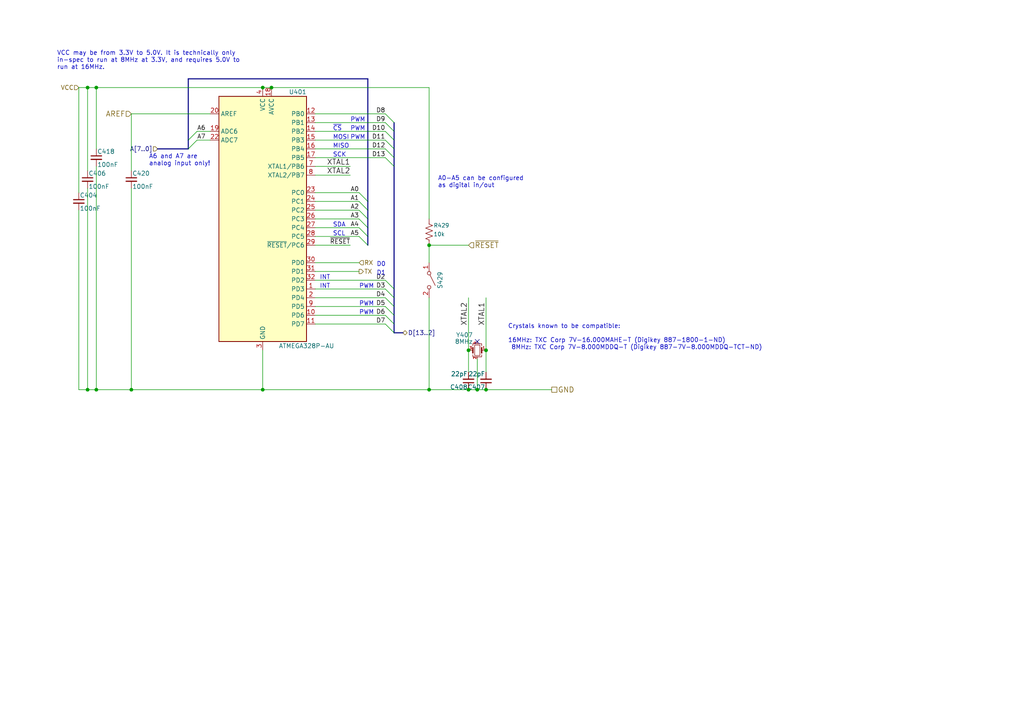
<source format=kicad_sch>
(kicad_sch (version 20230121) (generator eeschema)
  (paper "A4")
  (lib_symbols
    (symbol "Device:C_Small" (pin_numbers hide) (pin_names (offset 0.254) hide)
      (property "Reference" "C" (at 0.254 1.778 0))
      (property "Value" "C_Small" (at 0.254 -2.032 0))
      (symbol "C_Small_0_1"
        (polyline (pts (xy -1.524 -0.508) (xy 1.524 -0.508)) (stroke (width 0.3302)))
        (polyline (pts (xy -1.524 0.508) (xy 1.524 0.508)) (stroke (width 0.3048)))
      )
      (symbol "C_Small_1_1"
        (pin passive line (at 0 2.54 270) (length 2.032) (name "~") (number "1"))
        (pin passive line (at 0 -2.54 90) (length 2.032) (name "~") (number "2"))
      )
    )
    (symbol "Device:Crystal_GND24_Small" (pin_names (offset 1.016) hide)
      (property "Reference" "Y" (at 1.27 4.445 0))
      (property "Value" "Crystal_GND24_Small" (at 1.27 2.54 0))
      (symbol "Crystal_GND24_Small_0_1"
        (rectangle (start -0.762 -1.524) (end 0.762 1.524))
        (polyline (pts (xy -1.27 -0.762) (xy -1.27 0.762)) (stroke (width 0.381)))
        (polyline (pts (xy 1.27 -0.762) (xy 1.27 0.762)) (stroke (width 0.381)))
        (polyline (pts (xy -1.27 -1.27) (xy -1.27 -1.905) (xy 1.27 -1.905) (xy 1.27 -1.27)))
        (polyline (pts (xy -1.27 1.27) (xy -1.27 1.905) (xy 1.27 1.905) (xy 1.27 1.27)))
      )
      (symbol "Crystal_GND24_Small_1_1"
        (pin passive line (at -2.54 0 0) (length 1.27) (name "1") (number "1"))
        (pin passive line (at 0 -2.54 90) (length 0.635) (name "2") (number "2"))
        (pin passive line (at 2.54 0 180) (length 1.27) (name "3") (number "3"))
        (pin passive line (at 0 2.54 270) (length 0.635) (name "4") (number "4"))
      )
    )
    (symbol "Device:R_US" (pin_numbers hide) (pin_names (offset 0))
      (property "Reference" "R" (at 2.54 0 90))
      (property "Value" "R_US" (at -2.54 0 90))
      (symbol "R_US_0_1"
        (polyline (pts (xy 0 -2.286) (xy 0 -2.54)))
        (polyline (pts (xy 0 2.286) (xy 0 2.54)))
        (polyline (pts (xy 0 -0.762) (xy 1.016 -1.143) (xy 0 -1.524) (xy -1.016 -1.905) (xy 0 -2.286)))
        (polyline (pts (xy 0 0.762) (xy 1.016 0.381) (xy 0 0) (xy -1.016 -0.381) (xy 0 -0.762)))
        (polyline (pts (xy 0 2.286) (xy 1.016 1.905) (xy 0 1.524) (xy -1.016 1.143) (xy 0 0.762)))
      )
      (symbol "R_US_1_1"
        (pin passive line (at 0 3.81 270) (length 1.27) (name "~") (number "1"))
        (pin passive line (at 0 -3.81 90) (length 1.27) (name "~") (number "2"))
      )
    )
    (symbol "MCU_Microchip_ATmega:ATmega328P-A"
      (property "Reference" "U" (at -12.7 36.83 0))
      (property "Value" "ATmega328P-A" (at 2.54 -36.83 0))
      (symbol "ATmega328P-A_0_1"
        (rectangle (start -12.7 -35.56) (end 12.7 35.56) (stroke (width 0.254)) (fill (type background)))
      )
      (symbol "ATmega328P-A_1_1"
        (pin bidirectional line (at 15.24 -20.32 180) (length 2.54) (name "PD3") (number "1"))
        (pin bidirectional line (at 15.24 -27.94 180) (length 2.54) (name "PD6") (number "10"))
        (pin bidirectional line (at 15.24 -30.48 180) (length 2.54) (name "PD7") (number "11"))
        (pin bidirectional line (at 15.24 30.48 180) (length 2.54) (name "PB0") (number "12"))
        (pin bidirectional line (at 15.24 27.94 180) (length 2.54) (name "PB1") (number "13"))
        (pin bidirectional line (at 15.24 25.4 180) (length 2.54) (name "PB2") (number "14"))
        (pin bidirectional line (at 15.24 22.86 180) (length 2.54) (name "PB3") (number "15"))
        (pin bidirectional line (at 15.24 20.32 180) (length 2.54) (name "PB4") (number "16"))
        (pin bidirectional line (at 15.24 17.78 180) (length 2.54) (name "PB5") (number "17"))
        (pin power_in line (at 2.54 38.1 270) (length 2.54) (name "AVCC") (number "18"))
        (pin input line (at -15.24 25.4 0) (length 2.54) (name "ADC6") (number "19"))
        (pin bidirectional line (at 15.24 -22.86 180) (length 2.54) (name "PD4") (number "2"))
        (pin passive line (at -15.24 30.48 0) (length 2.54) (name "AREF") (number "20"))
        (pin passive line (at 0 -38.1 90) (length 2.54) hide (name "GND") (number "21"))
        (pin input line (at -15.24 22.86 0) (length 2.54) (name "ADC7") (number "22"))
        (pin bidirectional line (at 15.24 7.62 180) (length 2.54) (name "PC0") (number "23"))
        (pin bidirectional line (at 15.24 5.08 180) (length 2.54) (name "PC1") (number "24"))
        (pin bidirectional line (at 15.24 2.54 180) (length 2.54) (name "PC2") (number "25"))
        (pin bidirectional line (at 15.24 0 180) (length 2.54) (name "PC3") (number "26"))
        (pin bidirectional line (at 15.24 -2.54 180) (length 2.54) (name "PC4") (number "27"))
        (pin bidirectional line (at 15.24 -5.08 180) (length 2.54) (name "PC5") (number "28"))
        (pin bidirectional line (at 15.24 -7.62 180) (length 2.54) (name "~{RESET}/PC6") (number "29"))
        (pin power_in line (at 0 -38.1 90) (length 2.54) (name "GND") (number "3"))
        (pin bidirectional line (at 15.24 -12.7 180) (length 2.54) (name "PD0") (number "30"))
        (pin bidirectional line (at 15.24 -15.24 180) (length 2.54) (name "PD1") (number "31"))
        (pin bidirectional line (at 15.24 -17.78 180) (length 2.54) (name "PD2") (number "32"))
        (pin power_in line (at 0 38.1 270) (length 2.54) (name "VCC") (number "4"))
        (pin passive line (at 0 -38.1 90) (length 2.54) hide (name "GND") (number "5"))
        (pin passive line (at 0 38.1 270) (length 2.54) hide (name "VCC") (number "6"))
        (pin bidirectional line (at 15.24 15.24 180) (length 2.54) (name "XTAL1/PB6") (number "7"))
        (pin bidirectional line (at 15.24 12.7 180) (length 2.54) (name "XTAL2/PB7") (number "8"))
        (pin bidirectional line (at 15.24 -25.4 180) (length 2.54) (name "PD5") (number "9"))
      )
    )
    (symbol "Switch:SW_SPST" (pin_names (offset 0) hide)
      (property "Reference" "SW" (at 0 3.175 0))
      (property "Value" "SW_SPST" (at 0 -2.54 0))
      (symbol "SW_SPST_0_0"
        (circle (center -2.032 0) (radius 0.508))
        (polyline (pts (xy -1.524 0.254) (xy 1.524 1.778)))
        (circle (center 2.032 0) (radius 0.508))
      )
      (symbol "SW_SPST_1_1"
        (pin passive line (at -5.08 0 0) (length 2.54) (name "A") (number "1"))
        (pin passive line (at 5.08 0 180) (length 2.54) (name "B") (number "2"))
      )
    )
  )
  (junction (at 138.43 113.03))
  (junction (at 25.4 113.03))
  (junction (at 140.97 101.6))
  (junction (at 76.2 113.03))
  (junction (at 27.94 113.03))
  (junction (at 124.46 71.12))
  (junction (at 78.74 25.4))
  (junction (at 76.2 25.4))
  (junction (at 140.97 113.03))
  (junction (at 135.89 113.03))
  (junction (at 27.94 25.4))
  (junction (at 38.1 113.03))
  (junction (at 25.4 25.4))
  (junction (at 135.89 101.6))
  (junction (at 124.46 113.03))
  (no_connect (at 138.43 99.06))
  (bus_entry (at 104.14 60.96) (size 2.54 2.54))
  (bus_entry (at 57.15 40.64) (size -2.54 2.54))
  (bus_entry (at 111.76 91.44) (size 2.54 2.54))
  (bus_entry (at 111.76 43.18) (size 2.54 2.54))
  (bus_entry (at 111.76 83.82) (size 2.54 2.54))
  (bus_entry (at 111.76 45.72) (size 2.54 2.54))
  (bus_entry (at 111.76 40.64) (size 2.54 2.54))
  (bus_entry (at 104.14 68.58) (size 2.54 2.54))
  (bus_entry (at 111.76 86.36) (size 2.54 2.54))
  (bus_entry (at 111.76 88.9) (size 2.54 2.54))
  (bus_entry (at 104.14 58.42) (size 2.54 2.54))
  (bus_entry (at 111.76 33.02) (size 2.54 2.54))
  (bus_entry (at 111.76 35.56) (size 2.54 2.54))
  (bus_entry (at 57.15 38.1) (size -2.54 2.54))
  (bus_entry (at 104.14 63.5) (size 2.54 2.54))
  (bus_entry (at 111.76 38.1) (size 2.54 2.54))
  (bus_entry (at 104.14 55.88) (size 2.54 2.54))
  (bus_entry (at 111.76 81.28) (size 2.54 2.54))
  (bus_entry (at 111.76 93.98) (size 2.54 2.54))
  (bus_entry (at 104.14 66.04) (size 2.54 2.54))
  (bus (pts (xy 54.61 22.86) (xy 54.61 40.64)))
  (bus (pts (xy 106.68 60.96) (xy 106.68 58.42)))
  (wire (pts (xy 25.4 25.4) (xy 27.94 25.4)))
  (bus (pts (xy 114.3 86.36) (xy 114.3 88.9)))
  (wire (pts (xy 38.1 33.02) (xy 38.1 49.53)))
  (bus (pts (xy 114.3 43.18) (xy 114.3 45.72)))
  (wire (pts (xy 91.44 35.56) (xy 111.76 35.56)))
  (wire (pts (xy 91.44 83.82) (xy 111.76 83.82)))
  (wire (pts (xy 91.44 43.18) (xy 111.76 43.18)))
  (wire (pts (xy 76.2 101.6) (xy 76.2 113.03)))
  (wire (pts (xy 91.44 45.72) (xy 111.76 45.72)))
  (wire (pts (xy 27.94 113.03) (xy 38.1 113.03)))
  (wire (pts (xy 22.86 60.96) (xy 22.86 113.03)))
  (wire (pts (xy 22.86 25.4) (xy 25.4 25.4)))
  (bus (pts (xy 106.68 68.58) (xy 106.68 66.04)))
  (bus (pts (xy 54.61 40.64) (xy 54.61 43.18)))
  (wire (pts (xy 22.86 25.4) (xy 22.86 55.88)))
  (wire (pts (xy 91.44 93.98) (xy 111.76 93.98)))
  (bus (pts (xy 114.3 45.72) (xy 114.3 48.26)))
  (wire (pts (xy 91.44 66.04) (xy 104.14 66.04)))
  (bus (pts (xy 106.68 58.42) (xy 106.68 22.86)))
  (wire (pts (xy 91.44 50.8) (xy 101.6 50.8)))
  (wire (pts (xy 91.44 91.44) (xy 111.76 91.44)))
  (wire (pts (xy 91.44 33.02) (xy 111.76 33.02)))
  (bus (pts (xy 106.68 63.5) (xy 106.68 60.96)))
  (wire (pts (xy 91.44 55.88) (xy 104.14 55.88)))
  (bus (pts (xy 114.3 48.26) (xy 114.3 83.82)))
  (wire (pts (xy 91.44 48.26) (xy 101.6 48.26)))
  (wire (pts (xy 91.44 68.58) (xy 104.14 68.58)))
  (wire (pts (xy 91.44 58.42) (xy 104.14 58.42)))
  (wire (pts (xy 124.46 71.12) (xy 124.46 76.2)))
  (wire (pts (xy 91.44 76.2) (xy 104.14 76.2)))
  (bus (pts (xy 114.3 83.82) (xy 114.3 86.36)))
  (wire (pts (xy 78.74 25.4) (xy 124.46 25.4)))
  (wire (pts (xy 25.4 25.4) (xy 25.4 49.53)))
  (wire (pts (xy 124.46 25.4) (xy 124.46 63.5)))
  (wire (pts (xy 124.46 86.36) (xy 124.46 113.03)))
  (wire (pts (xy 140.97 101.6) (xy 140.97 107.95)))
  (wire (pts (xy 60.96 38.1) (xy 57.15 38.1)))
  (wire (pts (xy 91.44 38.1) (xy 111.76 38.1)))
  (wire (pts (xy 124.46 71.12) (xy 135.89 71.12)))
  (bus (pts (xy 114.3 96.52) (xy 116.84 96.52)))
  (wire (pts (xy 38.1 113.03) (xy 38.1 54.61)))
  (bus (pts (xy 45.72 43.18) (xy 54.61 43.18)))
  (wire (pts (xy 25.4 54.61) (xy 25.4 113.03)))
  (wire (pts (xy 124.46 113.03) (xy 135.89 113.03)))
  (wire (pts (xy 91.44 86.36) (xy 111.76 86.36)))
  (wire (pts (xy 135.89 86.36) (xy 135.89 101.6)))
  (wire (pts (xy 38.1 113.03) (xy 76.2 113.03)))
  (bus (pts (xy 114.3 88.9) (xy 114.3 91.44)))
  (bus (pts (xy 114.3 91.44) (xy 114.3 93.98)))
  (bus (pts (xy 114.3 93.98) (xy 114.3 96.52)))
  (wire (pts (xy 91.44 71.12) (xy 101.6 71.12)))
  (wire (pts (xy 135.89 113.03) (xy 138.43 113.03)))
  (bus (pts (xy 114.3 35.56) (xy 114.3 38.1)))
  (wire (pts (xy 140.97 86.36) (xy 140.97 101.6)))
  (wire (pts (xy 60.96 33.02) (xy 38.1 33.02)))
  (wire (pts (xy 27.94 25.4) (xy 27.94 43.18)))
  (wire (pts (xy 91.44 88.9) (xy 111.76 88.9)))
  (wire (pts (xy 138.43 104.14) (xy 138.43 113.03)))
  (wire (pts (xy 25.4 113.03) (xy 27.94 113.03)))
  (wire (pts (xy 91.44 63.5) (xy 104.14 63.5)))
  (bus (pts (xy 106.68 66.04) (xy 106.68 63.5)))
  (bus (pts (xy 114.3 40.64) (xy 114.3 43.18)))
  (wire (pts (xy 135.89 101.6) (xy 135.89 107.95)))
  (wire (pts (xy 22.86 113.03) (xy 25.4 113.03)))
  (wire (pts (xy 76.2 113.03) (xy 124.46 113.03)))
  (wire (pts (xy 27.94 25.4) (xy 76.2 25.4)))
  (bus (pts (xy 106.68 22.86) (xy 54.61 22.86)))
  (bus (pts (xy 106.68 68.58) (xy 106.68 71.12)))
  (wire (pts (xy 60.96 40.64) (xy 57.15 40.64)))
  (wire (pts (xy 140.97 113.03) (xy 160.02 113.03)))
  (wire (pts (xy 91.44 60.96) (xy 104.14 60.96)))
  (wire (pts (xy 27.94 113.03) (xy 27.94 48.26)))
  (wire (pts (xy 76.2 25.4) (xy 78.74 25.4)))
  (bus (pts (xy 114.3 38.1) (xy 114.3 40.64)))
  (wire (pts (xy 91.44 40.64) (xy 111.76 40.64)))
  (wire (pts (xy 91.44 78.74) (xy 104.14 78.74)))
  (wire (pts (xy 91.44 81.28) (xy 111.76 81.28)))
  (wire (pts (xy 138.43 113.03) (xy 140.97 113.03)))
  (text "D1" (at 109.22 80.01 0) (effects (font (size 1.27 1.27)) (justify left bottom)))
  (text "PWM" (at 104.14 91.44 0) (effects (font (size 1.27 1.27)) (justify left bottom)))
  (text "D0" (at 109.22 77.47 0) (effects (font (size 1.27 1.27)) (justify left bottom)))
  (text "A0-A5 can be configured\nas digital in/out" (at 127 54.61 0) (effects (font (size 1.27 1.27)) (justify left bottom)))
  (text "Crystals known to be compatible:\n\n16MHz: TXC Corp 7V-16.000MAHE-T (Digikey 887-1800-1-ND)\n 8MHz: TXC Corp 7V-8.000MDDQ-T (Digikey 887-7V-8.000MDDQ-TCT-ND)" (at 147.32 101.6 0) (effects (font (size 1.27 1.27)) (justify left bottom)))
  (text "A6 and A7 are\nanalog input only!" (at 43.18 48.26 0) (effects (font (size 1.27 1.27)) (justify left bottom)))
  (text "PWM" (at 104.14 88.9 0) (effects (font (size 1.27 1.27)) (justify left bottom)))
  (text "PWM" (at 101.6 40.64 0) (effects (font (size 1.27 1.27)) (justify left bottom)))
  (text "SCL" (at 96.52 68.58 0) (effects (font (size 1.27 1.27)) (justify left bottom)))
  (text "MOSI" (at 96.52 40.64 0) (effects (font (size 1.27 1.27)) (justify left bottom)))
  (text "INT" (at 92.71 81.28 0) (effects (font (size 1.27 1.27)) (justify left bottom)))
  (text "VCC may be from 3.3V to 5.0V. It is technically only\nin-spec to run at 8MHz at 3.3V, and requires 5.0V to\nrun at 16MHz." (at 16.51 20.32 0) (effects (font (size 1.27 1.27)) (justify left bottom)))
  (text "PWM" (at 101.6 38.1 0) (effects (font (size 1.27 1.27)) (justify left bottom)))
  (text "~{CS}" (at 96.52 38.1 0) (effects (font (size 1.27 1.27)) (justify left bottom)))
  (text "SDA" (at 96.52 66.04 0) (effects (font (size 1.27 1.27)) (justify left bottom)))
  (text "MISO" (at 96.52 43.18 0) (effects (font (size 1.27 1.27)) (justify left bottom)))
  (text "SCK" (at 96.52 45.72 0) (effects (font (size 1.27 1.27)) (justify left bottom)))
  (text "INT" (at 92.71 83.82 0) (effects (font (size 1.27 1.27)) (justify left bottom)))
  (text "PWM" (at 104.14 83.82 0) (effects (font (size 1.27 1.27)) (justify left bottom)))
  (text "PWM" (at 101.6 35.56 0) (effects (font (size 1.27 1.27)) (justify left bottom)))
  (label "XTAL2" (at 135.89 87.63 270) (effects (font (size 1.524 1.524))))
  (label "D12" (at 111.76 43.18 180))
  (label "D3" (at 111.76 83.82 180))
  (label "~{RESET}" (at 101.6 71.12 180))
  (label "D7" (at 111.76 93.98 180))
  (label "A1" (at 104.14 58.42 180))
  (label "A6" (at 57.15 38.1 0))
  (label "XTAL1" (at 101.6 48.26 180) (effects (font (size 1.524 1.524))))
  (label "A0" (at 104.14 55.88 180))
  (label "D5" (at 111.76 88.9 180))
  (label "D11" (at 111.76 40.64 180))
  (label "D8" (at 111.76 33.02 180))
  (label "A3" (at 104.14 63.5 180))
  (label "A4" (at 104.14 66.04 180))
  (label "D2" (at 111.76 81.28 180))
  (label "XTAL2" (at 101.6 50.8 180) (effects (font (size 1.524 1.524))))
  (label "A2" (at 104.14 60.96 180))
  (label "D4" (at 111.76 86.36 180))
  (label "A5" (at 104.14 68.58 180))
  (label "A7" (at 57.15 40.64 0))
  (label "XTAL1" (at 140.97 87.63 270) (effects (font (size 1.524 1.524))))
  (label "D10" (at 111.76 38.1 180))
  (label "D9" (at 111.76 35.56 180))
  (label "D6" (at 111.76 91.44 180))
  (label "D13" (at 111.76 45.72 180))
  (hierarchical_label "D[13..2]" (shape bidirectional) (at 116.84 96.52 0))
  (hierarchical_label "AREF" (shape input) (at 38.1 33.02 180) (effects (font (size 1.524 1.524))))
  (hierarchical_label "RX" (shape input) (at 104.14 76.2 0))
  (hierarchical_label "VCC" (shape input) (at 22.86 25.4 180))
  (hierarchical_label "~{RESET}" (shape input) (at 135.89 71.12 0) (effects (font (size 1.524 1.524))))
  (hierarchical_label "TX" (shape output) (at 104.14 78.74 0))
  (hierarchical_label "GND" (shape passive) (at 160.02 113.03 0) (effects (font (size 1.524 1.524))))
  (hierarchical_label "A[7..0]" (shape input) (at 45.72 43.18 180))
  (symbol (lib_id "Device:C_Small") (at 38.1 52.07 0) (unit 1)
    (property "Reference" "C420" (at 38.354 50.292 0) (effects (justify left)))
    (property "Value" "100nF" (at 38.354 54.102 0) (effects (justify left)))
    (property "Footprint" "Capacitor_SMD:C_0603_1608Metric" (effects hide))
    (property "Datasheet" "https://product.tdk.com/system/files/dam/doc/product/capacitor/ceramic/mlcc/catalog/mlcc_automotive_general_en.pdf" (effects hide))
    (property "Digikey" "445-5613-1-ND" (effects hide))
    (property "Part Number" "CGA2B1X7R1C104K050BC" (effects hide))
    (property "Purpose" "Microcontroller aref bypass" (effects hide))
  )
  (symbol (lib_id "Device:C_Small") (at 27.94 45.72 0) (unit 1)
    (property "Reference" "C418" (at 28.194 43.942 0) (effects (justify left)))
    (property "Value" "100nF" (at 28.194 47.752 0) (effects (justify left)))
    (property "Footprint" "Capacitor_SMD:C_0603_1608Metric" (effects hide))
    (property "Datasheet" "https://product.tdk.com/system/files/dam/doc/product/capacitor/ceramic/mlcc/catalog/mlcc_automotive_general_en.pdf" (effects hide))
    (property "Digikey" "445-5613-1-ND" (effects hide))
    (property "Part Number" "CGA2B1X7R1C104K050BC" (effects hide))
    (property "Purpose" "Microcontroller analog bypass" (effects hide))
  )
  (symbol (lib_id "Device:C_Small") (at 25.4 52.07 0) (unit 1)
    (property "Reference" "C406" (at 25.654 50.292 0) (effects (justify left)))
    (property "Value" "100nF" (at 25.654 54.102 0) (effects (justify left)))
    (property "Footprint" "Capacitor_SMD:C_0603_1608Metric" (effects hide))
    (property "Datasheet" "https://product.tdk.com/system/files/dam/doc/product/capacitor/ceramic/mlcc/catalog/mlcc_automotive_general_en.pdf" (effects hide))
    (property "Digikey" "445-5613-1-ND" (effects hide))
    (property "Part Number" "CGA2B1X7R1C104K050BC" (effects hide))
    (property "Purpose" "Microcontroller VCC bypass" (effects hide))
  )
  (symbol (lib_id "Device:C_Small") (at 22.86 58.42 0) (unit 1)
    (property "Reference" "C404" (at 23.114 56.642 0) (effects (justify left)))
    (property "Value" "100nF" (at 23.114 60.452 0) (effects (justify left)))
    (property "Footprint" "Capacitor_SMD:C_0603_1608Metric" (effects hide))
    (property "Datasheet" "https://product.tdk.com/system/files/dam/doc/product/capacitor/ceramic/mlcc/catalog/mlcc_automotive_general_en.pdf" (effects hide))
    (property "Digikey" "445-5613-1-ND" (effects hide))
    (property "Part Number" "CGA2B1X7R1C104K050BC" (effects hide))
    (property "Purpose" "Microcontroller VCC bypass" (effects hide))
  )
  (symbol (lib_id "Device:Crystal_GND24_Small") (at 138.43 101.6 0) (mirror y) (unit 1)
    (property "Reference" "Y407" (at 137.16 97.155 0) (effects (justify left)))
    (property "Value" "8MHz" (at 137.16 99.06 0) (effects (justify left)))
    (property "Footprint" "Crystal:Crystal_SMD_3225-4Pin_3.2x2.5mm" (effects hide))
    (property "Datasheet" "http://www.txccrystal.com/images/pdf/7v.pdf" (effects hide))
    (property "Digikey" "887-7V-8.000MDDQ-TCT-ND" (effects hide))
    (property "Part Number" "7V-8.000MDDQ-T" (effects hide))
    (property "Purpose" "Microcontroller crystal" (effects hide))
  )
  (symbol (lib_id "Device:C_Small") (at 140.97 110.49 180) (unit 1)
    (property "Reference" "C407" (at 140.716 112.268 0) (effects (justify left)))
    (property "Value" "22pF" (at 140.716 108.458 0) (effects (justify left)))
    (property "Footprint" "Capacitor_SMD:C_0603_1608Metric" (effects hide))
    (property "Datasheet" "https://product.tdk.com/system/files/dam/doc/product/capacitor/ceramic/mlcc/catalog/mlcc_automotive_general_en.pdf" (effects hide))
    (property "Digikey" "445-5588-1-ND" (effects hide))
    (property "Part Number" "CGA2B2C0G1H220J050BA" (effects hide))
    (property "Purpose" "Crystal load capacitor" (effects hide))
  )
  (symbol (lib_id "Device:C_Small") (at 135.89 110.49 180) (unit 1)
    (property "Reference" "C408" (at 135.636 112.268 0) (effects (justify left)))
    (property "Value" "22pF" (at 135.636 108.458 0) (effects (justify left)))
    (property "Footprint" "Capacitor_SMD:C_0603_1608Metric" (effects hide))
    (property "Datasheet" "https://product.tdk.com/system/files/dam/doc/product/capacitor/ceramic/mlcc/catalog/mlcc_automotive_general_en.pdf" (effects hide))
    (property "Digikey" "445-5588-1-ND" (effects hide))
    (property "Part Number" "CGA2B2C0G1H220J050BA" (effects hide))
    (property "Purpose" "Crystal load capacitor" (effects hide))
  )
  (symbol (lib_id "Switch:SW_SPST") (at 124.46 81.28 270) (unit 1)
    (property "Reference" "S429" (at 127.635 81.28 0))
    (property "Value" "SW_SPST" (effects hide))
    (property "Footprint" "KwanSystems:SW_SPST_B3U-1000P" (effects hide))
    (property "Datasheet" "https://omronfs.omron.com/en_US/ecb/products/pdf/en-b3u.pdf" (effects hide))
    (property "Digikey" "SW1020CT-ND" (effects hide))
    (property "Part Number" "B3U-1000P" (effects hide))
    (property "Purpose" "Reset button" (effects hide))
  )
  (symbol (lib_id "Device:R_US") (at 124.46 67.31 0) (unit 1)
    (property "Reference" "R429" (at 125.73 66.04 0) (effects (font (size 1.143 1.143)) (justify left bottom)))
    (property "Value" "10k" (at 125.73 68.58 0) (effects (font (size 1.143 1.143)) (justify left bottom)))
    (property "Footprint" "Resistor_SMD:R_0603_1608Metric" (effects hide))
    (property "Datasheet" "https://industrial.panasonic.com/cdbs/www-data/pdf/RDO0000/AOA0000C331.pdf" (effects hide))
    (property "Digikey" "P17199CT-ND" (effects hide))
    (property "Part Number" "ERJ-PA2J103X" (effects hide))
    (property "Purpose" "Pullup resistor" (effects hide))
  )
  (symbol (lib_id "MCU_Microchip_ATmega:ATmega328P-A") (at 76.2 63.5 0) (unit 1)
    (property "Reference" "U401" (at 86.36 26.67 0))
    (property "Value" "ATMEGA328P-AU" (at 88.9 100.33 0))
    (property "Footprint" "Package_QFP:TQFP-32_7x7mm_P0.8mm" (effects hide))
    (property "Datasheet" "http://ww1.microchip.com/downloads/en/DeviceDoc/ATmega328_P%20AVR%20MCU%20with%20picoPower%20Technology%20Data%20Sheet%2040001984A.pdf" (effects hide))
    (property "Digikey" "ATMEGA328P-AURCT-ND" (effects hide))
    (property "Part Number" "ATMEGA328P-AUR" (effects hide))
    (property "Purpose" "Microcontroller" (effects hide))
  )
)
</source>
